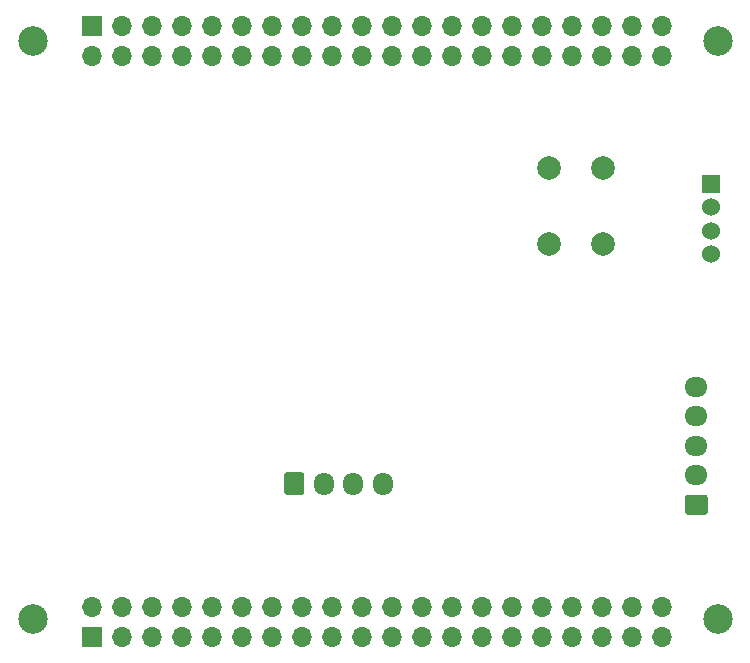
<source format=gbr>
%TF.GenerationSoftware,KiCad,Pcbnew,(5.1.7-0-10_14)*%
%TF.CreationDate,2020-11-05T09:31:43+00:00*%
%TF.ProjectId,ex2device,65783264-6576-4696-9365-2e6b69636164,1.2*%
%TF.SameCoordinates,Original*%
%TF.FileFunction,Soldermask,Bot*%
%TF.FilePolarity,Negative*%
%FSLAX46Y46*%
G04 Gerber Fmt 4.6, Leading zero omitted, Abs format (unit mm)*
G04 Created by KiCad (PCBNEW (5.1.7-0-10_14)) date 2020-11-05 09:31:43*
%MOMM*%
%LPD*%
G01*
G04 APERTURE LIST*
%ADD10C,2.000000*%
%ADD11O,1.950000X1.700000*%
%ADD12R,1.700000X1.700000*%
%ADD13O,1.700000X1.700000*%
%ADD14C,2.500000*%
%ADD15O,1.700000X1.950000*%
%ADD16C,1.524000*%
%ADD17R,1.524000X1.524000*%
G04 APERTURE END LIST*
D10*
%TO.C,SW1*%
X159250000Y-84750000D03*
X154750000Y-84750000D03*
X159250000Y-78250000D03*
X154750000Y-78250000D03*
%TD*%
D11*
%TO.C,J4*%
X167200000Y-96800000D03*
X167200000Y-99300000D03*
X167200000Y-101800000D03*
X167200000Y-104300000D03*
G36*
G01*
X167925000Y-107650000D02*
X166475000Y-107650000D01*
G75*
G02*
X166225000Y-107400000I0J250000D01*
G01*
X166225000Y-106200000D01*
G75*
G02*
X166475000Y-105950000I250000J0D01*
G01*
X167925000Y-105950000D01*
G75*
G02*
X168175000Y-106200000I0J-250000D01*
G01*
X168175000Y-107400000D01*
G75*
G02*
X167925000Y-107650000I-250000J0D01*
G01*
G37*
%TD*%
D12*
%TO.C,J1*%
X116000000Y-66250000D03*
D13*
X116000000Y-68790000D03*
X118540000Y-66250000D03*
X118540000Y-68790000D03*
X121080000Y-66250000D03*
X121080000Y-68790000D03*
X123620000Y-66250000D03*
X123620000Y-68790000D03*
X126160000Y-66250000D03*
X126160000Y-68790000D03*
X128700000Y-66250000D03*
X128700000Y-68790000D03*
X131240000Y-66250000D03*
X131240000Y-68790000D03*
X133780000Y-66250000D03*
X133780000Y-68790000D03*
X136320000Y-66250000D03*
X136320000Y-68790000D03*
X138860000Y-66250000D03*
X138860000Y-68790000D03*
X141400000Y-66250000D03*
X141400000Y-68790000D03*
X143940000Y-66250000D03*
X143940000Y-68790000D03*
X146480000Y-66250000D03*
X146480000Y-68790000D03*
X149020000Y-66250000D03*
X149020000Y-68790000D03*
X151560000Y-66250000D03*
X151560000Y-68790000D03*
X154100000Y-66250000D03*
X154100000Y-68790000D03*
X156640000Y-66250000D03*
X156640000Y-68790000D03*
X159180000Y-66250000D03*
X159180000Y-68790000D03*
X161720000Y-66250000D03*
X161720000Y-68790000D03*
X164260000Y-66250000D03*
X164260000Y-68790000D03*
%TD*%
D14*
%TO.C,H4*%
X169000000Y-116500000D03*
%TD*%
%TO.C,H3*%
X111000000Y-116500000D03*
%TD*%
%TO.C,H2*%
X111000000Y-67500000D03*
%TD*%
%TO.C,H1*%
X169000000Y-67500000D03*
%TD*%
D15*
%TO.C,J5*%
X140650000Y-105000000D03*
X138150000Y-105000000D03*
X135650000Y-105000000D03*
G36*
G01*
X132300000Y-105725000D02*
X132300000Y-104275000D01*
G75*
G02*
X132550000Y-104025000I250000J0D01*
G01*
X133750000Y-104025000D01*
G75*
G02*
X134000000Y-104275000I0J-250000D01*
G01*
X134000000Y-105725000D01*
G75*
G02*
X133750000Y-105975000I-250000J0D01*
G01*
X132550000Y-105975000D01*
G75*
G02*
X132300000Y-105725000I0J250000D01*
G01*
G37*
%TD*%
D16*
%TO.C,J3*%
X168400000Y-85600000D03*
X168400000Y-83600000D03*
X168400000Y-81600000D03*
D17*
X168400000Y-79600000D03*
%TD*%
D12*
%TO.C,J2*%
X116000000Y-118000000D03*
D13*
X116000000Y-115460000D03*
X118540000Y-118000000D03*
X118540000Y-115460000D03*
X121080000Y-118000000D03*
X121080000Y-115460000D03*
X123620000Y-118000000D03*
X123620000Y-115460000D03*
X126160000Y-118000000D03*
X126160000Y-115460000D03*
X128700000Y-118000000D03*
X128700000Y-115460000D03*
X131240000Y-118000000D03*
X131240000Y-115460000D03*
X133780000Y-118000000D03*
X133780000Y-115460000D03*
X136320000Y-118000000D03*
X136320000Y-115460000D03*
X138860000Y-118000000D03*
X138860000Y-115460000D03*
X141400000Y-118000000D03*
X141400000Y-115460000D03*
X143940000Y-118000000D03*
X143940000Y-115460000D03*
X146480000Y-118000000D03*
X146480000Y-115460000D03*
X149020000Y-118000000D03*
X149020000Y-115460000D03*
X151560000Y-118000000D03*
X151560000Y-115460000D03*
X154100000Y-118000000D03*
X154100000Y-115460000D03*
X156640000Y-118000000D03*
X156640000Y-115460000D03*
X159180000Y-118000000D03*
X159180000Y-115460000D03*
X161720000Y-118000000D03*
X161720000Y-115460000D03*
X164260000Y-118000000D03*
X164260000Y-115460000D03*
%TD*%
M02*

</source>
